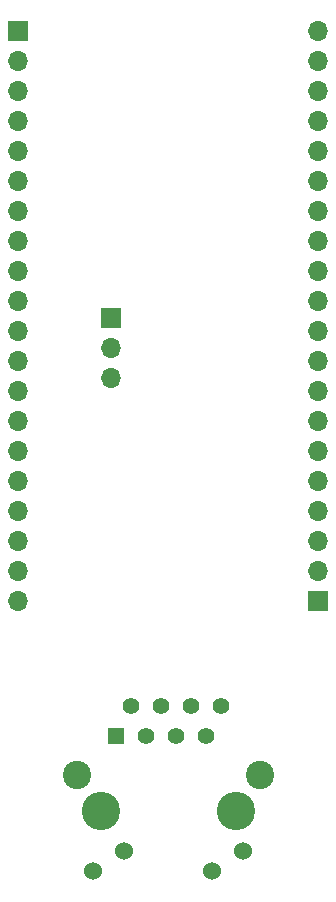
<source format=gbr>
%TF.GenerationSoftware,KiCad,Pcbnew,6.0.2+dfsg-1*%
%TF.CreationDate,2022-12-03T09:23:02-05:00*%
%TF.ProjectId,wiz5500-clone-4layer,77697a35-3530-4302-9d63-6c6f6e652d34,rev?*%
%TF.SameCoordinates,Original*%
%TF.FileFunction,Soldermask,Bot*%
%TF.FilePolarity,Negative*%
%FSLAX46Y46*%
G04 Gerber Fmt 4.6, Leading zero omitted, Abs format (unit mm)*
G04 Created by KiCad (PCBNEW 6.0.2+dfsg-1) date 2022-12-03 09:23:02*
%MOMM*%
%LPD*%
G01*
G04 APERTURE LIST*
%ADD10R,1.700000X1.700000*%
%ADD11O,1.700000X1.700000*%
%ADD12C,3.250000*%
%ADD13R,1.408000X1.408000*%
%ADD14C,1.408000*%
%ADD15C,1.530000*%
%ADD16C,2.400000*%
G04 APERTURE END LIST*
D10*
%TO.C,J2*%
X30480000Y-73660000D03*
D11*
X30480000Y-76200000D03*
X30480000Y-78740000D03*
X30480000Y-81280000D03*
X30480000Y-83820000D03*
X30480000Y-86360000D03*
X30480000Y-88900000D03*
X30480000Y-91440000D03*
X30480000Y-93980000D03*
X30480000Y-96520000D03*
X30480000Y-99060000D03*
X30480000Y-101600000D03*
X30480000Y-104140000D03*
X30480000Y-106680000D03*
X30480000Y-109220000D03*
X30480000Y-111760000D03*
X30480000Y-114300000D03*
X30480000Y-116840000D03*
X30480000Y-119380000D03*
X30480000Y-121920000D03*
%TD*%
D10*
%TO.C,J1*%
X38354000Y-97917000D03*
D11*
X38354000Y-100457000D03*
X38354000Y-102997000D03*
%TD*%
D12*
%TO.C,P2*%
X48895000Y-139700000D03*
X37465000Y-139700000D03*
D13*
X38735000Y-133350000D03*
D14*
X40005000Y-130810000D03*
X41275000Y-133350000D03*
X42545000Y-130810000D03*
X43815000Y-133350000D03*
X45085000Y-130810000D03*
X46355000Y-133350000D03*
X47625000Y-130810000D03*
D15*
X36855000Y-144780000D03*
X39422000Y-143080000D03*
X46938000Y-144780000D03*
X49505000Y-143080000D03*
D16*
X50930000Y-136650000D03*
X35430000Y-136650000D03*
%TD*%
D10*
%TO.C,J3*%
X55880000Y-121920000D03*
D11*
X55880000Y-119380000D03*
X55880000Y-116840000D03*
X55880000Y-114300000D03*
X55880000Y-111760000D03*
X55880000Y-109220000D03*
X55880000Y-106680000D03*
X55880000Y-104140000D03*
X55880000Y-101600000D03*
X55880000Y-99060000D03*
X55880000Y-96520000D03*
X55880000Y-93980000D03*
X55880000Y-91440000D03*
X55880000Y-88900000D03*
X55880000Y-86360000D03*
X55880000Y-83820000D03*
X55880000Y-81280000D03*
X55880000Y-78740000D03*
X55880000Y-76200000D03*
X55880000Y-73660000D03*
%TD*%
M02*

</source>
